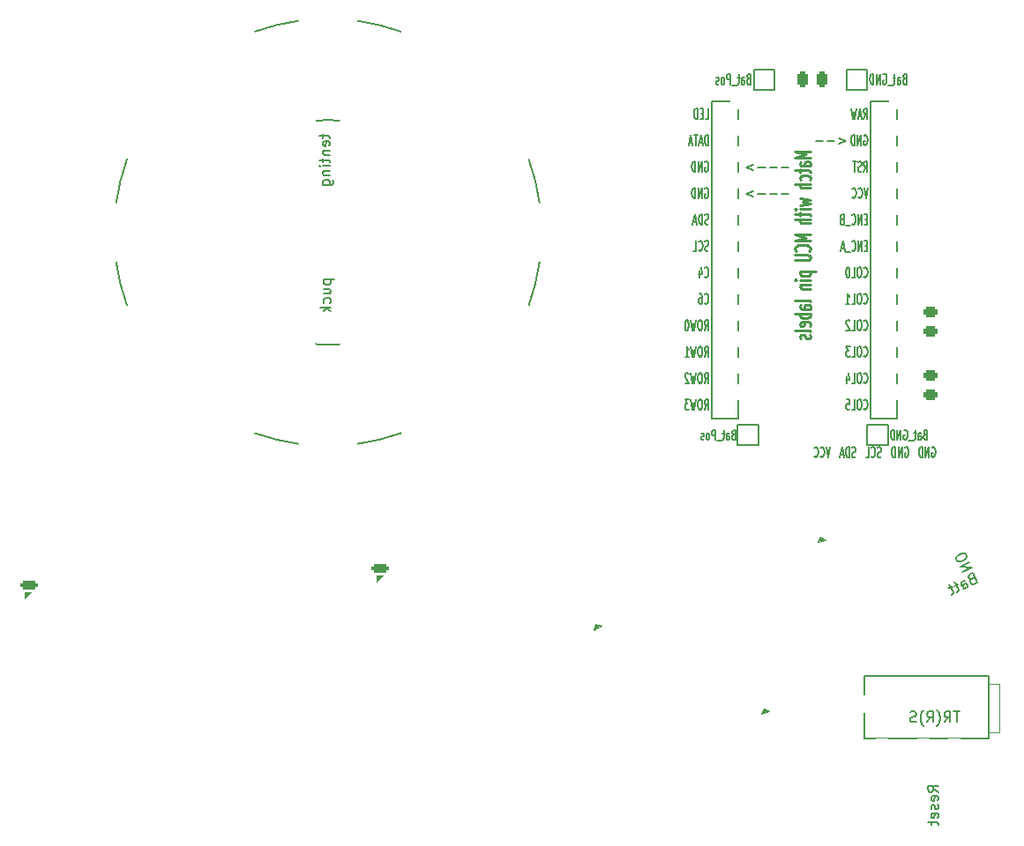
<source format=gbr>
%TF.GenerationSoftware,KiCad,Pcbnew,(6.0.0-0)*%
%TF.CreationDate,2022-01-13T13:44:14-08:00*%
%TF.ProjectId,hillside,68696c6c-7369-4646-952e-6b696361645f,0.1.1-alpha*%
%TF.SameCoordinates,Original*%
%TF.FileFunction,Legend,Bot*%
%TF.FilePolarity,Positive*%
%FSLAX46Y46*%
G04 Gerber Fmt 4.6, Leading zero omitted, Abs format (unit mm)*
G04 Created by KiCad (PCBNEW (6.0.0-0)) date 2022-01-13 13:44:14*
%MOMM*%
%LPD*%
G01*
G04 APERTURE LIST*
G04 Aperture macros list*
%AMRoundRect*
0 Rectangle with rounded corners*
0 $1 Rounding radius*
0 $2 $3 $4 $5 $6 $7 $8 $9 X,Y pos of 4 corners*
0 Add a 4 corners polygon primitive as box body*
4,1,4,$2,$3,$4,$5,$6,$7,$8,$9,$2,$3,0*
0 Add four circle primitives for the rounded corners*
1,1,$1+$1,$2,$3*
1,1,$1+$1,$4,$5*
1,1,$1+$1,$6,$7*
1,1,$1+$1,$8,$9*
0 Add four rect primitives between the rounded corners*
20,1,$1+$1,$2,$3,$4,$5,0*
20,1,$1+$1,$4,$5,$6,$7,0*
20,1,$1+$1,$6,$7,$8,$9,0*
20,1,$1+$1,$8,$9,$2,$3,0*%
%AMRotRect*
0 Rectangle, with rotation*
0 The origin of the aperture is its center*
0 $1 length*
0 $2 width*
0 $3 Rotation angle, in degrees counterclockwise*
0 Add horizontal line*
21,1,$1,$2,0,0,$3*%
%AMFreePoly0*
4,1,41,0.142350,0.531259,0.275000,0.476314,0.388909,0.388909,0.476314,0.275000,0.531259,0.142350,0.533280,0.127000,3.200000,0.127000,3.236070,0.121770,3.296138,0.082984,3.325733,0.017894,3.315473,-0.052868,3.268611,-0.106872,3.200000,-0.127000,0.533280,-0.127000,0.531259,-0.142350,0.476314,-0.275000,0.388909,-0.388909,0.275000,-0.476314,0.142350,-0.531259,0.000000,-0.550000,
-0.142350,-0.531259,-0.275000,-0.476314,-0.388909,-0.388909,-0.476314,-0.275000,-0.531259,-0.142350,-0.533280,-0.127000,-3.200000,-0.127000,-3.236070,-0.121770,-3.296138,-0.082984,-3.325733,-0.017894,-3.315473,0.052868,-3.268611,0.106872,-3.200000,0.127000,-0.533280,0.127000,-0.531259,0.142350,-0.476314,0.275000,-0.388909,0.388909,-0.275000,0.476314,-0.142350,0.531259,0.000000,0.550000,
0.142350,0.531259,0.142350,0.531259,$1*%
%AMFreePoly1*
4,1,37,0.042529,3.485692,0.118849,3.448880,0.171655,3.382612,0.190499,3.300000,0.190499,0.776079,0.350697,0.719035,0.501283,0.623470,0.626955,0.496918,0.721466,0.345669,0.780119,0.177240,0.800000,0.000000,0.799688,-0.022336,0.774867,-0.198952,0.711533,-0.365678,0.612836,-0.514230,0.483680,-0.637224,0.330484,-0.728547,0.160862,-0.783660,-0.016754,-0.799825,-0.193538,-0.776237,
-0.360702,-0.714070,-0.509939,-0.616411,-0.633832,-0.488116,-0.726222,-0.335562,-0.782518,-0.166330,-0.799922,0.011170,-0.777569,0.188114,-0.716569,0.355708,-0.619956,0.505623,-0.492529,0.630409,-0.340623,0.723862,-0.190500,0.774968,-0.190500,3.300332,-0.171511,3.382912,-0.118589,3.449087,-0.042205,3.485766,0.042529,3.485692,0.042529,3.485692,$1*%
G04 Aperture macros list end*
%ADD10C,0.153000*%
%ADD11C,0.150000*%
%ADD12C,0.225000*%
%ADD13C,0.100000*%
%ADD14C,0.120000*%
%ADD15C,0.200000*%
%ADD16RotRect,1.650000X0.820000X345.000000*%
%ADD17RoundRect,0.205000X-0.651932X-0.037547X0.545816X-0.358483X0.651932X0.037547X-0.545816X0.358483X0*%
%ADD18R,1.650000X0.820000*%
%ADD19RoundRect,0.205000X-0.620000X-0.205000X0.620000X-0.205000X0.620000X0.205000X-0.620000X0.205000X0*%
%ADD20RotRect,1.650000X0.820000X330.000000*%
%ADD21RoundRect,0.205000X-0.639436X0.132465X0.434436X-0.487535X0.639436X-0.132465X-0.434436X0.487535X0*%
%ADD22C,1.200000*%
%ADD23O,2.500000X1.700000*%
%ADD24C,1.524000*%
%ADD25C,5.000000*%
%ADD26C,4.400000*%
%ADD27C,3.400000*%
%ADD28R,3.200000X2.000000*%
%ADD29C,1.700000*%
%ADD30R,2.000000X2.000000*%
%ADD31C,2.000000*%
%ADD32R,0.800000X0.900000*%
%ADD33RotRect,0.900000X0.800000X75.000000*%
%ADD34RotRect,0.900000X0.800000X45.000000*%
%ADD35R,1.397000X1.397000*%
%ADD36RoundRect,0.250100X0.449900X-0.262400X0.449900X0.262400X-0.449900X0.262400X-0.449900X-0.262400X0*%
%ADD37R,1.700000X1.700000*%
%ADD38O,1.700000X1.700000*%
%ADD39RoundRect,0.250000X-0.250000X-0.475000X0.250000X-0.475000X0.250000X0.475000X-0.250000X0.475000X0*%
%ADD40FreePoly0,90.000000*%
%ADD41R,1.100000X1.800000*%
%ADD42FreePoly1,295.000000*%
%ADD43C,1.600000*%
G04 APERTURE END LIST*
D10*
%TO.C,J2*%
X219668571Y-125502380D02*
X219097142Y-125502380D01*
X219382857Y-126502380D02*
X219382857Y-125502380D01*
X218192380Y-126502380D02*
X218525714Y-126026190D01*
X218763809Y-126502380D02*
X218763809Y-125502380D01*
X218382857Y-125502380D01*
X218287619Y-125550000D01*
X218240000Y-125597619D01*
X218192380Y-125692857D01*
X218192380Y-125835714D01*
X218240000Y-125930952D01*
X218287619Y-125978571D01*
X218382857Y-126026190D01*
X218763809Y-126026190D01*
X217478095Y-126883333D02*
X217525714Y-126835714D01*
X217620952Y-126692857D01*
X217668571Y-126597619D01*
X217716190Y-126454761D01*
X217763809Y-126216666D01*
X217763809Y-126026190D01*
X217716190Y-125788095D01*
X217668571Y-125645238D01*
X217620952Y-125550000D01*
X217525714Y-125407142D01*
X217478095Y-125359523D01*
X216525714Y-126502380D02*
X216859047Y-126026190D01*
X217097142Y-126502380D02*
X217097142Y-125502380D01*
X216716190Y-125502380D01*
X216620952Y-125550000D01*
X216573333Y-125597619D01*
X216525714Y-125692857D01*
X216525714Y-125835714D01*
X216573333Y-125930952D01*
X216620952Y-125978571D01*
X216716190Y-126026190D01*
X217097142Y-126026190D01*
X216192380Y-126883333D02*
X216144761Y-126835714D01*
X216049523Y-126692857D01*
X216001904Y-126597619D01*
X215954285Y-126454761D01*
X215906666Y-126216666D01*
X215906666Y-126026190D01*
X215954285Y-125788095D01*
X216001904Y-125645238D01*
X216049523Y-125550000D01*
X216144761Y-125407142D01*
X216192380Y-125359523D01*
X215478095Y-126454761D02*
X215335238Y-126502380D01*
X215097142Y-126502380D01*
X215001904Y-126454761D01*
X214954285Y-126407142D01*
X214906666Y-126311904D01*
X214906666Y-126216666D01*
X214954285Y-126121428D01*
X215001904Y-126073809D01*
X215097142Y-126026190D01*
X215287619Y-125978571D01*
X215382857Y-125930952D01*
X215430476Y-125883333D01*
X215478095Y-125788095D01*
X215478095Y-125692857D01*
X215430476Y-125597619D01*
X215382857Y-125550000D01*
X215287619Y-125502380D01*
X215049523Y-125502380D01*
X214906666Y-125550000D01*
D11*
%TO.C,U1*%
X203222357Y-75763428D02*
X202536642Y-75763428D01*
X202108071Y-75763428D02*
X201422357Y-75763428D01*
X200993785Y-75763428D02*
X200308071Y-75763428D01*
X199879500Y-75477714D02*
X199193785Y-75763428D01*
X199879500Y-76049142D01*
D12*
X205328571Y-71671428D02*
X203828571Y-71671428D01*
X204900000Y-71971428D01*
X203828571Y-72271428D01*
X205328571Y-72271428D01*
X205328571Y-73085714D02*
X204542857Y-73085714D01*
X204400000Y-73042857D01*
X204328571Y-72957142D01*
X204328571Y-72785714D01*
X204400000Y-72700000D01*
X205257142Y-73085714D02*
X205328571Y-73000000D01*
X205328571Y-72785714D01*
X205257142Y-72700000D01*
X205114285Y-72657142D01*
X204971428Y-72657142D01*
X204828571Y-72700000D01*
X204757142Y-72785714D01*
X204757142Y-73000000D01*
X204685714Y-73085714D01*
X204328571Y-73385714D02*
X204328571Y-73728571D01*
X203828571Y-73514285D02*
X205114285Y-73514285D01*
X205257142Y-73557142D01*
X205328571Y-73642857D01*
X205328571Y-73728571D01*
X205257142Y-74414285D02*
X205328571Y-74328571D01*
X205328571Y-74157142D01*
X205257142Y-74071428D01*
X205185714Y-74028571D01*
X205042857Y-73985714D01*
X204614285Y-73985714D01*
X204471428Y-74028571D01*
X204400000Y-74071428D01*
X204328571Y-74157142D01*
X204328571Y-74328571D01*
X204400000Y-74414285D01*
X205328571Y-74800000D02*
X203828571Y-74800000D01*
X205328571Y-75185714D02*
X204542857Y-75185714D01*
X204400000Y-75142857D01*
X204328571Y-75057142D01*
X204328571Y-74928571D01*
X204400000Y-74842857D01*
X204471428Y-74800000D01*
X204328571Y-76214285D02*
X205328571Y-76385714D01*
X204614285Y-76557142D01*
X205328571Y-76728571D01*
X204328571Y-76900000D01*
X205328571Y-77242857D02*
X204328571Y-77242857D01*
X203828571Y-77242857D02*
X203900000Y-77200000D01*
X203971428Y-77242857D01*
X203900000Y-77285714D01*
X203828571Y-77242857D01*
X203971428Y-77242857D01*
X204328571Y-77542857D02*
X204328571Y-77885714D01*
X203828571Y-77671428D02*
X205114285Y-77671428D01*
X205257142Y-77714285D01*
X205328571Y-77800000D01*
X205328571Y-77885714D01*
X205328571Y-78185714D02*
X203828571Y-78185714D01*
X205328571Y-78571428D02*
X204542857Y-78571428D01*
X204400000Y-78528571D01*
X204328571Y-78442857D01*
X204328571Y-78314285D01*
X204400000Y-78228571D01*
X204471428Y-78185714D01*
X205328571Y-79685714D02*
X203828571Y-79685714D01*
X204900000Y-79985714D01*
X203828571Y-80285714D01*
X205328571Y-80285714D01*
X205185714Y-81228571D02*
X205257142Y-81185714D01*
X205328571Y-81057142D01*
X205328571Y-80971428D01*
X205257142Y-80842857D01*
X205114285Y-80757142D01*
X204971428Y-80714285D01*
X204685714Y-80671428D01*
X204471428Y-80671428D01*
X204185714Y-80714285D01*
X204042857Y-80757142D01*
X203900000Y-80842857D01*
X203828571Y-80971428D01*
X203828571Y-81057142D01*
X203900000Y-81185714D01*
X203971428Y-81228571D01*
X203828571Y-81614285D02*
X205042857Y-81614285D01*
X205185714Y-81657142D01*
X205257142Y-81700000D01*
X205328571Y-81785714D01*
X205328571Y-81957142D01*
X205257142Y-82042857D01*
X205185714Y-82085714D01*
X205042857Y-82128571D01*
X203828571Y-82128571D01*
X204328571Y-83242857D02*
X205828571Y-83242857D01*
X204400000Y-83242857D02*
X204328571Y-83328571D01*
X204328571Y-83500000D01*
X204400000Y-83585714D01*
X204471428Y-83628571D01*
X204614285Y-83671428D01*
X205042857Y-83671428D01*
X205185714Y-83628571D01*
X205257142Y-83585714D01*
X205328571Y-83500000D01*
X205328571Y-83328571D01*
X205257142Y-83242857D01*
X205328571Y-84057142D02*
X204328571Y-84057142D01*
X203828571Y-84057142D02*
X203900000Y-84014285D01*
X203971428Y-84057142D01*
X203900000Y-84100000D01*
X203828571Y-84057142D01*
X203971428Y-84057142D01*
X204328571Y-84485714D02*
X205328571Y-84485714D01*
X204471428Y-84485714D02*
X204400000Y-84528571D01*
X204328571Y-84614285D01*
X204328571Y-84742857D01*
X204400000Y-84828571D01*
X204542857Y-84871428D01*
X205328571Y-84871428D01*
X205328571Y-86114285D02*
X205257142Y-86028571D01*
X205114285Y-85985714D01*
X203828571Y-85985714D01*
X205328571Y-86842857D02*
X204542857Y-86842857D01*
X204400000Y-86800000D01*
X204328571Y-86714285D01*
X204328571Y-86542857D01*
X204400000Y-86457142D01*
X205257142Y-86842857D02*
X205328571Y-86757142D01*
X205328571Y-86542857D01*
X205257142Y-86457142D01*
X205114285Y-86414285D01*
X204971428Y-86414285D01*
X204828571Y-86457142D01*
X204757142Y-86542857D01*
X204757142Y-86757142D01*
X204685714Y-86842857D01*
X205328571Y-87271428D02*
X203828571Y-87271428D01*
X204400000Y-87271428D02*
X204328571Y-87357142D01*
X204328571Y-87528571D01*
X204400000Y-87614285D01*
X204471428Y-87657142D01*
X204614285Y-87700000D01*
X205042857Y-87700000D01*
X205185714Y-87657142D01*
X205257142Y-87614285D01*
X205328571Y-87528571D01*
X205328571Y-87357142D01*
X205257142Y-87271428D01*
X205257142Y-88428571D02*
X205328571Y-88342857D01*
X205328571Y-88171428D01*
X205257142Y-88085714D01*
X205114285Y-88042857D01*
X204542857Y-88042857D01*
X204400000Y-88085714D01*
X204328571Y-88171428D01*
X204328571Y-88342857D01*
X204400000Y-88428571D01*
X204542857Y-88471428D01*
X204685714Y-88471428D01*
X204828571Y-88042857D01*
X205328571Y-88985714D02*
X205257142Y-88900000D01*
X205114285Y-88857142D01*
X203828571Y-88857142D01*
X205257142Y-89285714D02*
X205328571Y-89371428D01*
X205328571Y-89542857D01*
X205257142Y-89628571D01*
X205114285Y-89671428D01*
X205042857Y-89671428D01*
X204900000Y-89628571D01*
X204828571Y-89542857D01*
X204828571Y-89414285D01*
X204757142Y-89328571D01*
X204614285Y-89285714D01*
X204542857Y-89285714D01*
X204400000Y-89328571D01*
X204328571Y-89414285D01*
X204328571Y-89542857D01*
X204400000Y-89628571D01*
D11*
X210455285Y-91329142D02*
X210483857Y-91376761D01*
X210569571Y-91424380D01*
X210626714Y-91424380D01*
X210712428Y-91376761D01*
X210769571Y-91281523D01*
X210798143Y-91186285D01*
X210826714Y-90995809D01*
X210826714Y-90852952D01*
X210798143Y-90662476D01*
X210769571Y-90567238D01*
X210712428Y-90472000D01*
X210626714Y-90424380D01*
X210569571Y-90424380D01*
X210483857Y-90472000D01*
X210455285Y-90519619D01*
X210083857Y-90424380D02*
X209969571Y-90424380D01*
X209912428Y-90472000D01*
X209855285Y-90567238D01*
X209826714Y-90757714D01*
X209826714Y-91091047D01*
X209855285Y-91281523D01*
X209912428Y-91376761D01*
X209969571Y-91424380D01*
X210083857Y-91424380D01*
X210141000Y-91376761D01*
X210198143Y-91281523D01*
X210226714Y-91091047D01*
X210226714Y-90757714D01*
X210198143Y-90567238D01*
X210141000Y-90472000D01*
X210083857Y-90424380D01*
X209283857Y-91424380D02*
X209569571Y-91424380D01*
X209569571Y-90424380D01*
X209141000Y-90424380D02*
X208769571Y-90424380D01*
X208969571Y-90805333D01*
X208883857Y-90805333D01*
X208826714Y-90852952D01*
X208798143Y-90900571D01*
X208769571Y-90995809D01*
X208769571Y-91233904D01*
X208798143Y-91329142D01*
X208826714Y-91376761D01*
X208883857Y-91424380D01*
X209055285Y-91424380D01*
X209112428Y-91376761D01*
X209141000Y-91329142D01*
X210455286Y-73644380D02*
X210655286Y-73168190D01*
X210798143Y-73644380D02*
X210798143Y-72644380D01*
X210569572Y-72644380D01*
X210512429Y-72692000D01*
X210483857Y-72739619D01*
X210455286Y-72834857D01*
X210455286Y-72977714D01*
X210483857Y-73072952D01*
X210512429Y-73120571D01*
X210569572Y-73168190D01*
X210798143Y-73168190D01*
X210226715Y-73596761D02*
X210141000Y-73644380D01*
X209998143Y-73644380D01*
X209941000Y-73596761D01*
X209912429Y-73549142D01*
X209883857Y-73453904D01*
X209883857Y-73358666D01*
X209912429Y-73263428D01*
X209941000Y-73215809D01*
X209998143Y-73168190D01*
X210112429Y-73120571D01*
X210169572Y-73072952D01*
X210198143Y-73025333D01*
X210226715Y-72930095D01*
X210226715Y-72834857D01*
X210198143Y-72739619D01*
X210169572Y-72692000D01*
X210112429Y-72644380D01*
X209969572Y-72644380D01*
X209883857Y-72692000D01*
X209712429Y-72644380D02*
X209369572Y-72644380D01*
X209541000Y-73644380D02*
X209541000Y-72644380D01*
X208044500Y-70397714D02*
X208730214Y-70683428D01*
X208044500Y-70969142D01*
X207615928Y-70683428D02*
X206930214Y-70683428D01*
X206501642Y-70683428D02*
X205815928Y-70683428D01*
X195179571Y-86249142D02*
X195208142Y-86296761D01*
X195293856Y-86344380D01*
X195350999Y-86344380D01*
X195436713Y-86296761D01*
X195493856Y-86201523D01*
X195522428Y-86106285D01*
X195550999Y-85915809D01*
X195550999Y-85772952D01*
X195522428Y-85582476D01*
X195493856Y-85487238D01*
X195436713Y-85392000D01*
X195350999Y-85344380D01*
X195293856Y-85344380D01*
X195208142Y-85392000D01*
X195179571Y-85439619D01*
X194665285Y-85344380D02*
X194779571Y-85344380D01*
X194836713Y-85392000D01*
X194865285Y-85439619D01*
X194922428Y-85582476D01*
X194950999Y-85772952D01*
X194950999Y-86153904D01*
X194922428Y-86249142D01*
X194893856Y-86296761D01*
X194836713Y-86344380D01*
X194722428Y-86344380D01*
X194665285Y-86296761D01*
X194636713Y-86249142D01*
X194608142Y-86153904D01*
X194608142Y-85915809D01*
X194636713Y-85820571D01*
X194665285Y-85772952D01*
X194722428Y-85725333D01*
X194836713Y-85725333D01*
X194893856Y-85772952D01*
X194922428Y-85820571D01*
X194950999Y-85915809D01*
X195551000Y-78676761D02*
X195465286Y-78724380D01*
X195322429Y-78724380D01*
X195265286Y-78676761D01*
X195236714Y-78629142D01*
X195208143Y-78533904D01*
X195208143Y-78438666D01*
X195236714Y-78343428D01*
X195265286Y-78295809D01*
X195322429Y-78248190D01*
X195436714Y-78200571D01*
X195493857Y-78152952D01*
X195522429Y-78105333D01*
X195551000Y-78010095D01*
X195551000Y-77914857D01*
X195522429Y-77819619D01*
X195493857Y-77772000D01*
X195436714Y-77724380D01*
X195293857Y-77724380D01*
X195208143Y-77772000D01*
X194951000Y-78724380D02*
X194951000Y-77724380D01*
X194808143Y-77724380D01*
X194722429Y-77772000D01*
X194665286Y-77867238D01*
X194636714Y-77962476D01*
X194608143Y-78152952D01*
X194608143Y-78295809D01*
X194636714Y-78486285D01*
X194665286Y-78581523D01*
X194722429Y-78676761D01*
X194808143Y-78724380D01*
X194951000Y-78724380D01*
X194379571Y-78438666D02*
X194093857Y-78438666D01*
X194436714Y-78724380D02*
X194236714Y-77724380D01*
X194036714Y-78724380D01*
X210455285Y-93869142D02*
X210483857Y-93916761D01*
X210569571Y-93964380D01*
X210626714Y-93964380D01*
X210712428Y-93916761D01*
X210769571Y-93821523D01*
X210798143Y-93726285D01*
X210826714Y-93535809D01*
X210826714Y-93392952D01*
X210798143Y-93202476D01*
X210769571Y-93107238D01*
X210712428Y-93012000D01*
X210626714Y-92964380D01*
X210569571Y-92964380D01*
X210483857Y-93012000D01*
X210455285Y-93059619D01*
X210083857Y-92964380D02*
X209969571Y-92964380D01*
X209912428Y-93012000D01*
X209855285Y-93107238D01*
X209826714Y-93297714D01*
X209826714Y-93631047D01*
X209855285Y-93821523D01*
X209912428Y-93916761D01*
X209969571Y-93964380D01*
X210083857Y-93964380D01*
X210141000Y-93916761D01*
X210198143Y-93821523D01*
X210226714Y-93631047D01*
X210226714Y-93297714D01*
X210198143Y-93107238D01*
X210141000Y-93012000D01*
X210083857Y-92964380D01*
X209283857Y-93964380D02*
X209569571Y-93964380D01*
X209569571Y-92964380D01*
X208826714Y-93297714D02*
X208826714Y-93964380D01*
X208969571Y-92916761D02*
X209112428Y-93631047D01*
X208741000Y-93631047D01*
X210455285Y-86249142D02*
X210483857Y-86296761D01*
X210569571Y-86344380D01*
X210626714Y-86344380D01*
X210712428Y-86296761D01*
X210769571Y-86201523D01*
X210798143Y-86106285D01*
X210826714Y-85915809D01*
X210826714Y-85772952D01*
X210798143Y-85582476D01*
X210769571Y-85487238D01*
X210712428Y-85392000D01*
X210626714Y-85344380D01*
X210569571Y-85344380D01*
X210483857Y-85392000D01*
X210455285Y-85439619D01*
X210083857Y-85344380D02*
X209969571Y-85344380D01*
X209912428Y-85392000D01*
X209855285Y-85487238D01*
X209826714Y-85677714D01*
X209826714Y-86011047D01*
X209855285Y-86201523D01*
X209912428Y-86296761D01*
X209969571Y-86344380D01*
X210083857Y-86344380D01*
X210141000Y-86296761D01*
X210198143Y-86201523D01*
X210226714Y-86011047D01*
X210226714Y-85677714D01*
X210198143Y-85487238D01*
X210141000Y-85392000D01*
X210083857Y-85344380D01*
X209283857Y-86344380D02*
X209569571Y-86344380D01*
X209569571Y-85344380D01*
X208769571Y-86344380D02*
X209112428Y-86344380D01*
X208941000Y-86344380D02*
X208941000Y-85344380D01*
X208998143Y-85487238D01*
X209055285Y-85582476D01*
X209112428Y-85630095D01*
X210483856Y-70152000D02*
X210540999Y-70104380D01*
X210626714Y-70104380D01*
X210712428Y-70152000D01*
X210769571Y-70247238D01*
X210798142Y-70342476D01*
X210826714Y-70532952D01*
X210826714Y-70675809D01*
X210798142Y-70866285D01*
X210769571Y-70961523D01*
X210712428Y-71056761D01*
X210626714Y-71104380D01*
X210569571Y-71104380D01*
X210483856Y-71056761D01*
X210455285Y-71009142D01*
X210455285Y-70675809D01*
X210569571Y-70675809D01*
X210198142Y-71104380D02*
X210198142Y-70104380D01*
X209855285Y-71104380D01*
X209855285Y-70104380D01*
X209569571Y-71104380D02*
X209569571Y-70104380D01*
X209426714Y-70104380D01*
X209340999Y-70152000D01*
X209283856Y-70247238D01*
X209255285Y-70342476D01*
X209226714Y-70532952D01*
X209226714Y-70675809D01*
X209255285Y-70866285D01*
X209283856Y-70961523D01*
X209340999Y-71056761D01*
X209426714Y-71104380D01*
X209569571Y-71104380D01*
X195179571Y-83709142D02*
X195208142Y-83756761D01*
X195293856Y-83804380D01*
X195350999Y-83804380D01*
X195436713Y-83756761D01*
X195493856Y-83661523D01*
X195522428Y-83566285D01*
X195550999Y-83375809D01*
X195550999Y-83232952D01*
X195522428Y-83042476D01*
X195493856Y-82947238D01*
X195436713Y-82852000D01*
X195350999Y-82804380D01*
X195293856Y-82804380D01*
X195208142Y-82852000D01*
X195179571Y-82899619D01*
X194665285Y-83137714D02*
X194665285Y-83804380D01*
X194808142Y-82756761D02*
X194950999Y-83471047D01*
X194579571Y-83471047D01*
X210798142Y-78200571D02*
X210598142Y-78200571D01*
X210512428Y-78724380D02*
X210798142Y-78724380D01*
X210798142Y-77724380D01*
X210512428Y-77724380D01*
X210255285Y-78724380D02*
X210255285Y-77724380D01*
X209912428Y-78724380D01*
X209912428Y-77724380D01*
X209283856Y-78629142D02*
X209312428Y-78676761D01*
X209398142Y-78724380D01*
X209455285Y-78724380D01*
X209540999Y-78676761D01*
X209598142Y-78581523D01*
X209626714Y-78486285D01*
X209655285Y-78295809D01*
X209655285Y-78152952D01*
X209626714Y-77962476D01*
X209598142Y-77867238D01*
X209540999Y-77772000D01*
X209455285Y-77724380D01*
X209398142Y-77724380D01*
X209312428Y-77772000D01*
X209283856Y-77819619D01*
X209169571Y-78819619D02*
X208712428Y-78819619D01*
X208369571Y-78200571D02*
X208283856Y-78248190D01*
X208255285Y-78295809D01*
X208226714Y-78391047D01*
X208226714Y-78533904D01*
X208255285Y-78629142D01*
X208283856Y-78676761D01*
X208340999Y-78724380D01*
X208569571Y-78724380D01*
X208569571Y-77724380D01*
X208369571Y-77724380D01*
X208312428Y-77772000D01*
X208283856Y-77819619D01*
X208255285Y-77914857D01*
X208255285Y-78010095D01*
X208283856Y-78105333D01*
X208312428Y-78152952D01*
X208369571Y-78200571D01*
X208569571Y-78200571D01*
X210455285Y-83709142D02*
X210483857Y-83756761D01*
X210569571Y-83804380D01*
X210626714Y-83804380D01*
X210712428Y-83756761D01*
X210769571Y-83661523D01*
X210798143Y-83566285D01*
X210826714Y-83375809D01*
X210826714Y-83232952D01*
X210798143Y-83042476D01*
X210769571Y-82947238D01*
X210712428Y-82852000D01*
X210626714Y-82804380D01*
X210569571Y-82804380D01*
X210483857Y-82852000D01*
X210455285Y-82899619D01*
X210083857Y-82804380D02*
X209969571Y-82804380D01*
X209912428Y-82852000D01*
X209855285Y-82947238D01*
X209826714Y-83137714D01*
X209826714Y-83471047D01*
X209855285Y-83661523D01*
X209912428Y-83756761D01*
X209969571Y-83804380D01*
X210083857Y-83804380D01*
X210141000Y-83756761D01*
X210198143Y-83661523D01*
X210226714Y-83471047D01*
X210226714Y-83137714D01*
X210198143Y-82947238D01*
X210141000Y-82852000D01*
X210083857Y-82804380D01*
X209283857Y-83804380D02*
X209569571Y-83804380D01*
X209569571Y-82804380D01*
X208969571Y-82804380D02*
X208912428Y-82804380D01*
X208855285Y-82852000D01*
X208826714Y-82899619D01*
X208798143Y-82994857D01*
X208769571Y-83185333D01*
X208769571Y-83423428D01*
X208798143Y-83613904D01*
X208826714Y-83709142D01*
X208855285Y-83756761D01*
X208912428Y-83804380D01*
X208969571Y-83804380D01*
X209026714Y-83756761D01*
X209055285Y-83709142D01*
X209083857Y-83613904D01*
X209112428Y-83423428D01*
X209112428Y-83185333D01*
X209083857Y-82994857D01*
X209055285Y-82899619D01*
X209026714Y-82852000D01*
X208969571Y-82804380D01*
X195179571Y-96504380D02*
X195379571Y-96028190D01*
X195522429Y-96504380D02*
X195522429Y-95504380D01*
X195293857Y-95504380D01*
X195236714Y-95552000D01*
X195208143Y-95599619D01*
X195179571Y-95694857D01*
X195179571Y-95837714D01*
X195208143Y-95932952D01*
X195236714Y-95980571D01*
X195293857Y-96028190D01*
X195522429Y-96028190D01*
X194808143Y-95504380D02*
X194693857Y-95504380D01*
X194636714Y-95552000D01*
X194579571Y-95647238D01*
X194551000Y-95837714D01*
X194551000Y-96171047D01*
X194579571Y-96361523D01*
X194636714Y-96456761D01*
X194693857Y-96504380D01*
X194808143Y-96504380D01*
X194865286Y-96456761D01*
X194922429Y-96361523D01*
X194951000Y-96171047D01*
X194951000Y-95837714D01*
X194922429Y-95647238D01*
X194865286Y-95552000D01*
X194808143Y-95504380D01*
X194351000Y-95504380D02*
X194208143Y-96504380D01*
X194093857Y-95790095D01*
X193979571Y-96504380D01*
X193836714Y-95504380D01*
X193665286Y-95504380D02*
X193293857Y-95504380D01*
X193493857Y-95885333D01*
X193408143Y-95885333D01*
X193351000Y-95932952D01*
X193322429Y-95980571D01*
X193293857Y-96075809D01*
X193293857Y-96313904D01*
X193322429Y-96409142D01*
X193351000Y-96456761D01*
X193408143Y-96504380D01*
X193579571Y-96504380D01*
X193636714Y-96456761D01*
X193665286Y-96409142D01*
X210798142Y-80740571D02*
X210598142Y-80740571D01*
X210512428Y-81264380D02*
X210798142Y-81264380D01*
X210798142Y-80264380D01*
X210512428Y-80264380D01*
X210255285Y-81264380D02*
X210255285Y-80264380D01*
X209912428Y-81264380D01*
X209912428Y-80264380D01*
X209283856Y-81169142D02*
X209312428Y-81216761D01*
X209398142Y-81264380D01*
X209455285Y-81264380D01*
X209540999Y-81216761D01*
X209598142Y-81121523D01*
X209626713Y-81026285D01*
X209655285Y-80835809D01*
X209655285Y-80692952D01*
X209626713Y-80502476D01*
X209598142Y-80407238D01*
X209540999Y-80312000D01*
X209455285Y-80264380D01*
X209398142Y-80264380D01*
X209312428Y-80312000D01*
X209283856Y-80359619D01*
X209169571Y-81359619D02*
X208712428Y-81359619D01*
X208598142Y-80978666D02*
X208312428Y-80978666D01*
X208655285Y-81264380D02*
X208455285Y-80264380D01*
X208255285Y-81264380D01*
X210455285Y-96409142D02*
X210483857Y-96456761D01*
X210569571Y-96504380D01*
X210626714Y-96504380D01*
X210712428Y-96456761D01*
X210769571Y-96361523D01*
X210798143Y-96266285D01*
X210826714Y-96075809D01*
X210826714Y-95932952D01*
X210798143Y-95742476D01*
X210769571Y-95647238D01*
X210712428Y-95552000D01*
X210626714Y-95504380D01*
X210569571Y-95504380D01*
X210483857Y-95552000D01*
X210455285Y-95599619D01*
X210083857Y-95504380D02*
X209969571Y-95504380D01*
X209912428Y-95552000D01*
X209855285Y-95647238D01*
X209826714Y-95837714D01*
X209826714Y-96171047D01*
X209855285Y-96361523D01*
X209912428Y-96456761D01*
X209969571Y-96504380D01*
X210083857Y-96504380D01*
X210141000Y-96456761D01*
X210198143Y-96361523D01*
X210226714Y-96171047D01*
X210226714Y-95837714D01*
X210198143Y-95647238D01*
X210141000Y-95552000D01*
X210083857Y-95504380D01*
X209283857Y-96504380D02*
X209569571Y-96504380D01*
X209569571Y-95504380D01*
X208798143Y-95504380D02*
X209083857Y-95504380D01*
X209112428Y-95980571D01*
X209083857Y-95932952D01*
X209026714Y-95885333D01*
X208883857Y-95885333D01*
X208826714Y-95932952D01*
X208798143Y-95980571D01*
X208769571Y-96075809D01*
X208769571Y-96313904D01*
X208798143Y-96409142D01*
X208826714Y-96456761D01*
X208883857Y-96504380D01*
X209026714Y-96504380D01*
X209083857Y-96456761D01*
X209112428Y-96409142D01*
X195550999Y-81216761D02*
X195465285Y-81264380D01*
X195322428Y-81264380D01*
X195265285Y-81216761D01*
X195236714Y-81169142D01*
X195208142Y-81073904D01*
X195208142Y-80978666D01*
X195236714Y-80883428D01*
X195265285Y-80835809D01*
X195322428Y-80788190D01*
X195436714Y-80740571D01*
X195493856Y-80692952D01*
X195522428Y-80645333D01*
X195550999Y-80550095D01*
X195550999Y-80454857D01*
X195522428Y-80359619D01*
X195493856Y-80312000D01*
X195436714Y-80264380D01*
X195293856Y-80264380D01*
X195208142Y-80312000D01*
X194608142Y-81169142D02*
X194636714Y-81216761D01*
X194722428Y-81264380D01*
X194779571Y-81264380D01*
X194865285Y-81216761D01*
X194922428Y-81121523D01*
X194950999Y-81026285D01*
X194979571Y-80835809D01*
X194979571Y-80692952D01*
X194950999Y-80502476D01*
X194922428Y-80407238D01*
X194865285Y-80312000D01*
X194779571Y-80264380D01*
X194722428Y-80264380D01*
X194636714Y-80312000D01*
X194608142Y-80359619D01*
X194065285Y-81264380D02*
X194350999Y-81264380D01*
X194350999Y-80264380D01*
X210883858Y-75184380D02*
X210683858Y-76184380D01*
X210483858Y-75184380D01*
X209941000Y-76089142D02*
X209969572Y-76136761D01*
X210055286Y-76184380D01*
X210112429Y-76184380D01*
X210198143Y-76136761D01*
X210255286Y-76041523D01*
X210283858Y-75946285D01*
X210312429Y-75755809D01*
X210312429Y-75612952D01*
X210283858Y-75422476D01*
X210255286Y-75327238D01*
X210198143Y-75232000D01*
X210112429Y-75184380D01*
X210055286Y-75184380D01*
X209969572Y-75232000D01*
X209941000Y-75279619D01*
X209341000Y-76089142D02*
X209369572Y-76136761D01*
X209455286Y-76184380D01*
X209512429Y-76184380D01*
X209598143Y-76136761D01*
X209655286Y-76041523D01*
X209683858Y-75946285D01*
X209712429Y-75755809D01*
X209712429Y-75612952D01*
X209683858Y-75422476D01*
X209655286Y-75327238D01*
X209598143Y-75232000D01*
X209512429Y-75184380D01*
X209455286Y-75184380D01*
X209369572Y-75232000D01*
X209341000Y-75279619D01*
X195208142Y-72692000D02*
X195265285Y-72644380D01*
X195351000Y-72644380D01*
X195436714Y-72692000D01*
X195493857Y-72787238D01*
X195522428Y-72882476D01*
X195551000Y-73072952D01*
X195551000Y-73215809D01*
X195522428Y-73406285D01*
X195493857Y-73501523D01*
X195436714Y-73596761D01*
X195351000Y-73644380D01*
X195293857Y-73644380D01*
X195208142Y-73596761D01*
X195179571Y-73549142D01*
X195179571Y-73215809D01*
X195293857Y-73215809D01*
X194922428Y-73644380D02*
X194922428Y-72644380D01*
X194579571Y-73644380D01*
X194579571Y-72644380D01*
X194293857Y-73644380D02*
X194293857Y-72644380D01*
X194151000Y-72644380D01*
X194065285Y-72692000D01*
X194008142Y-72787238D01*
X193979571Y-72882476D01*
X193951000Y-73072952D01*
X193951000Y-73215809D01*
X193979571Y-73406285D01*
X194008142Y-73501523D01*
X194065285Y-73596761D01*
X194151000Y-73644380D01*
X194293857Y-73644380D01*
X195522429Y-71104380D02*
X195522429Y-70104380D01*
X195379571Y-70104380D01*
X195293857Y-70152000D01*
X195236714Y-70247238D01*
X195208143Y-70342476D01*
X195179571Y-70532952D01*
X195179571Y-70675809D01*
X195208143Y-70866285D01*
X195236714Y-70961523D01*
X195293857Y-71056761D01*
X195379571Y-71104380D01*
X195522429Y-71104380D01*
X194951000Y-70818666D02*
X194665286Y-70818666D01*
X195008143Y-71104380D02*
X194808143Y-70104380D01*
X194608143Y-71104380D01*
X194493857Y-70104380D02*
X194151000Y-70104380D01*
X194322429Y-71104380D02*
X194322429Y-70104380D01*
X193979571Y-70818666D02*
X193693857Y-70818666D01*
X194036714Y-71104380D02*
X193836714Y-70104380D01*
X193636714Y-71104380D01*
X195179571Y-91424380D02*
X195379571Y-90948190D01*
X195522429Y-91424380D02*
X195522429Y-90424380D01*
X195293857Y-90424380D01*
X195236714Y-90472000D01*
X195208143Y-90519619D01*
X195179571Y-90614857D01*
X195179571Y-90757714D01*
X195208143Y-90852952D01*
X195236714Y-90900571D01*
X195293857Y-90948190D01*
X195522429Y-90948190D01*
X194808143Y-90424380D02*
X194693857Y-90424380D01*
X194636714Y-90472000D01*
X194579571Y-90567238D01*
X194551000Y-90757714D01*
X194551000Y-91091047D01*
X194579571Y-91281523D01*
X194636714Y-91376761D01*
X194693857Y-91424380D01*
X194808143Y-91424380D01*
X194865286Y-91376761D01*
X194922429Y-91281523D01*
X194951000Y-91091047D01*
X194951000Y-90757714D01*
X194922429Y-90567238D01*
X194865286Y-90472000D01*
X194808143Y-90424380D01*
X194351000Y-90424380D02*
X194208143Y-91424380D01*
X194093857Y-90710095D01*
X193979571Y-91424380D01*
X193836714Y-90424380D01*
X193293857Y-91424380D02*
X193636714Y-91424380D01*
X193465286Y-91424380D02*
X193465286Y-90424380D01*
X193522429Y-90567238D01*
X193579571Y-90662476D01*
X193636714Y-90710095D01*
X210455285Y-88789142D02*
X210483857Y-88836761D01*
X210569571Y-88884380D01*
X210626714Y-88884380D01*
X210712428Y-88836761D01*
X210769571Y-88741523D01*
X210798143Y-88646285D01*
X210826714Y-88455809D01*
X210826714Y-88312952D01*
X210798143Y-88122476D01*
X210769571Y-88027238D01*
X210712428Y-87932000D01*
X210626714Y-87884380D01*
X210569571Y-87884380D01*
X210483857Y-87932000D01*
X210455285Y-87979619D01*
X210083857Y-87884380D02*
X209969571Y-87884380D01*
X209912428Y-87932000D01*
X209855285Y-88027238D01*
X209826714Y-88217714D01*
X209826714Y-88551047D01*
X209855285Y-88741523D01*
X209912428Y-88836761D01*
X209969571Y-88884380D01*
X210083857Y-88884380D01*
X210141000Y-88836761D01*
X210198143Y-88741523D01*
X210226714Y-88551047D01*
X210226714Y-88217714D01*
X210198143Y-88027238D01*
X210141000Y-87932000D01*
X210083857Y-87884380D01*
X209283857Y-88884380D02*
X209569571Y-88884380D01*
X209569571Y-87884380D01*
X209112428Y-87979619D02*
X209083857Y-87932000D01*
X209026714Y-87884380D01*
X208883857Y-87884380D01*
X208826714Y-87932000D01*
X208798143Y-87979619D01*
X208769571Y-88074857D01*
X208769571Y-88170095D01*
X208798143Y-88312952D01*
X209141000Y-88884380D01*
X208769571Y-88884380D01*
X195179571Y-88884380D02*
X195379571Y-88408190D01*
X195522429Y-88884380D02*
X195522429Y-87884380D01*
X195293857Y-87884380D01*
X195236714Y-87932000D01*
X195208143Y-87979619D01*
X195179571Y-88074857D01*
X195179571Y-88217714D01*
X195208143Y-88312952D01*
X195236714Y-88360571D01*
X195293857Y-88408190D01*
X195522429Y-88408190D01*
X194808143Y-87884380D02*
X194693857Y-87884380D01*
X194636714Y-87932000D01*
X194579571Y-88027238D01*
X194551000Y-88217714D01*
X194551000Y-88551047D01*
X194579571Y-88741523D01*
X194636714Y-88836761D01*
X194693857Y-88884380D01*
X194808143Y-88884380D01*
X194865286Y-88836761D01*
X194922429Y-88741523D01*
X194951000Y-88551047D01*
X194951000Y-88217714D01*
X194922429Y-88027238D01*
X194865286Y-87932000D01*
X194808143Y-87884380D01*
X194351000Y-87884380D02*
X194208143Y-88884380D01*
X194093857Y-88170095D01*
X193979571Y-88884380D01*
X193836714Y-87884380D01*
X193493857Y-87884380D02*
X193436714Y-87884380D01*
X193379571Y-87932000D01*
X193351000Y-87979619D01*
X193322429Y-88074857D01*
X193293857Y-88265333D01*
X193293857Y-88503428D01*
X193322429Y-88693904D01*
X193351000Y-88789142D01*
X193379571Y-88836761D01*
X193436714Y-88884380D01*
X193493857Y-88884380D01*
X193551000Y-88836761D01*
X193579571Y-88789142D01*
X193608143Y-88693904D01*
X193636714Y-88503428D01*
X193636714Y-88265333D01*
X193608143Y-88074857D01*
X193579571Y-87979619D01*
X193551000Y-87932000D01*
X193493857Y-87884380D01*
X210455285Y-68564380D02*
X210655285Y-68088190D01*
X210798142Y-68564380D02*
X210798142Y-67564380D01*
X210569571Y-67564380D01*
X210512428Y-67612000D01*
X210483857Y-67659619D01*
X210455285Y-67754857D01*
X210455285Y-67897714D01*
X210483857Y-67992952D01*
X210512428Y-68040571D01*
X210569571Y-68088190D01*
X210798142Y-68088190D01*
X210226714Y-68278666D02*
X209941000Y-68278666D01*
X210283857Y-68564380D02*
X210083857Y-67564380D01*
X209883857Y-68564380D01*
X209741000Y-67564380D02*
X209598142Y-68564380D01*
X209483857Y-67850095D01*
X209369571Y-68564380D01*
X209226714Y-67564380D01*
X195179571Y-93964380D02*
X195379571Y-93488190D01*
X195522429Y-93964380D02*
X195522429Y-92964380D01*
X195293857Y-92964380D01*
X195236714Y-93012000D01*
X195208143Y-93059619D01*
X195179571Y-93154857D01*
X195179571Y-93297714D01*
X195208143Y-93392952D01*
X195236714Y-93440571D01*
X195293857Y-93488190D01*
X195522429Y-93488190D01*
X194808143Y-92964380D02*
X194693857Y-92964380D01*
X194636714Y-93012000D01*
X194579571Y-93107238D01*
X194551000Y-93297714D01*
X194551000Y-93631047D01*
X194579571Y-93821523D01*
X194636714Y-93916761D01*
X194693857Y-93964380D01*
X194808143Y-93964380D01*
X194865286Y-93916761D01*
X194922429Y-93821523D01*
X194951000Y-93631047D01*
X194951000Y-93297714D01*
X194922429Y-93107238D01*
X194865286Y-93012000D01*
X194808143Y-92964380D01*
X194351000Y-92964380D02*
X194208143Y-93964380D01*
X194093857Y-93250095D01*
X193979571Y-93964380D01*
X193836714Y-92964380D01*
X193636714Y-93059619D02*
X193608143Y-93012000D01*
X193551000Y-92964380D01*
X193408143Y-92964380D01*
X193351000Y-93012000D01*
X193322429Y-93059619D01*
X193293857Y-93154857D01*
X193293857Y-93250095D01*
X193322429Y-93392952D01*
X193665286Y-93964380D01*
X193293857Y-93964380D01*
X195236714Y-68564380D02*
X195522428Y-68564380D01*
X195522428Y-67564380D01*
X195036714Y-68040571D02*
X194836714Y-68040571D01*
X194751000Y-68564380D02*
X195036714Y-68564380D01*
X195036714Y-67564380D01*
X194751000Y-67564380D01*
X194493857Y-68564380D02*
X194493857Y-67564380D01*
X194351000Y-67564380D01*
X194265285Y-67612000D01*
X194208142Y-67707238D01*
X194179571Y-67802476D01*
X194151000Y-67992952D01*
X194151000Y-68135809D01*
X194179571Y-68326285D01*
X194208142Y-68421523D01*
X194265285Y-68516761D01*
X194351000Y-68564380D01*
X194493857Y-68564380D01*
X203222357Y-73223428D02*
X202536642Y-73223428D01*
X202108071Y-73223428D02*
X201422357Y-73223428D01*
X200993785Y-73223428D02*
X200308071Y-73223428D01*
X199879500Y-72937714D02*
X199193785Y-73223428D01*
X199879500Y-73509142D01*
X195208142Y-75232000D02*
X195265285Y-75184380D01*
X195351000Y-75184380D01*
X195436714Y-75232000D01*
X195493857Y-75327238D01*
X195522428Y-75422476D01*
X195551000Y-75612952D01*
X195551000Y-75755809D01*
X195522428Y-75946285D01*
X195493857Y-76041523D01*
X195436714Y-76136761D01*
X195351000Y-76184380D01*
X195293857Y-76184380D01*
X195208142Y-76136761D01*
X195179571Y-76089142D01*
X195179571Y-75755809D01*
X195293857Y-75755809D01*
X194922428Y-76184380D02*
X194922428Y-75184380D01*
X194579571Y-76184380D01*
X194579571Y-75184380D01*
X194293857Y-76184380D02*
X194293857Y-75184380D01*
X194151000Y-75184380D01*
X194065285Y-75232000D01*
X194008142Y-75327238D01*
X193979571Y-75422476D01*
X193951000Y-75612952D01*
X193951000Y-75755809D01*
X193979571Y-75946285D01*
X194008142Y-76041523D01*
X194065285Y-76136761D01*
X194151000Y-76184380D01*
X194293857Y-76184380D01*
%TO.C,H1*%
X158541714Y-70038500D02*
X158541714Y-70419452D01*
X158208380Y-70181357D02*
X159065523Y-70181357D01*
X159160761Y-70228976D01*
X159208380Y-70324214D01*
X159208380Y-70419452D01*
X159160761Y-71133738D02*
X159208380Y-71038500D01*
X159208380Y-70848023D01*
X159160761Y-70752785D01*
X159065523Y-70705166D01*
X158684571Y-70705166D01*
X158589333Y-70752785D01*
X158541714Y-70848023D01*
X158541714Y-71038500D01*
X158589333Y-71133738D01*
X158684571Y-71181357D01*
X158779809Y-71181357D01*
X158875047Y-70705166D01*
X158541714Y-71609928D02*
X159208380Y-71609928D01*
X158636952Y-71609928D02*
X158589333Y-71657547D01*
X158541714Y-71752785D01*
X158541714Y-71895642D01*
X158589333Y-71990880D01*
X158684571Y-72038500D01*
X159208380Y-72038500D01*
X158541714Y-72371833D02*
X158541714Y-72752785D01*
X158208380Y-72514690D02*
X159065523Y-72514690D01*
X159160761Y-72562309D01*
X159208380Y-72657547D01*
X159208380Y-72752785D01*
X159208380Y-73086119D02*
X158541714Y-73086119D01*
X158208380Y-73086119D02*
X158256000Y-73038500D01*
X158303619Y-73086119D01*
X158256000Y-73133738D01*
X158208380Y-73086119D01*
X158303619Y-73086119D01*
X158541714Y-73562309D02*
X159208380Y-73562309D01*
X158636952Y-73562309D02*
X158589333Y-73609928D01*
X158541714Y-73705166D01*
X158541714Y-73848023D01*
X158589333Y-73943261D01*
X158684571Y-73990880D01*
X159208380Y-73990880D01*
X158541714Y-74895642D02*
X159351238Y-74895642D01*
X159446476Y-74848023D01*
X159494095Y-74800404D01*
X159541714Y-74705166D01*
X159541714Y-74562309D01*
X159494095Y-74467071D01*
X159160761Y-74895642D02*
X159208380Y-74800404D01*
X159208380Y-74609928D01*
X159160761Y-74514690D01*
X159113142Y-74467071D01*
X159017904Y-74419452D01*
X158732190Y-74419452D01*
X158636952Y-74467071D01*
X158589333Y-74514690D01*
X158541714Y-74609928D01*
X158541714Y-74800404D01*
X158589333Y-74895642D01*
X158605214Y-83992500D02*
X159605214Y-83992500D01*
X158652833Y-83992500D02*
X158605214Y-84087738D01*
X158605214Y-84278214D01*
X158652833Y-84373452D01*
X158700452Y-84421071D01*
X158795690Y-84468690D01*
X159081404Y-84468690D01*
X159176642Y-84421071D01*
X159224261Y-84373452D01*
X159271880Y-84278214D01*
X159271880Y-84087738D01*
X159224261Y-83992500D01*
X158605214Y-85325833D02*
X159271880Y-85325833D01*
X158605214Y-84897261D02*
X159129023Y-84897261D01*
X159224261Y-84944880D01*
X159271880Y-85040119D01*
X159271880Y-85182976D01*
X159224261Y-85278214D01*
X159176642Y-85325833D01*
X159224261Y-86230595D02*
X159271880Y-86135357D01*
X159271880Y-85944880D01*
X159224261Y-85849642D01*
X159176642Y-85802023D01*
X159081404Y-85754404D01*
X158795690Y-85754404D01*
X158700452Y-85802023D01*
X158652833Y-85849642D01*
X158605214Y-85944880D01*
X158605214Y-86135357D01*
X158652833Y-86230595D01*
X159271880Y-86659166D02*
X158271880Y-86659166D01*
X158890928Y-86754404D02*
X159271880Y-87040119D01*
X158605214Y-87040119D02*
X158986166Y-86659166D01*
%TO.C,J4*%
X214367857Y-64703571D02*
X214282142Y-64751190D01*
X214253571Y-64798809D01*
X214225000Y-64894047D01*
X214225000Y-65036904D01*
X214253571Y-65132142D01*
X214282142Y-65179761D01*
X214339285Y-65227380D01*
X214567857Y-65227380D01*
X214567857Y-64227380D01*
X214367857Y-64227380D01*
X214310714Y-64275000D01*
X214282142Y-64322619D01*
X214253571Y-64417857D01*
X214253571Y-64513095D01*
X214282142Y-64608333D01*
X214310714Y-64655952D01*
X214367857Y-64703571D01*
X214567857Y-64703571D01*
X213710714Y-65227380D02*
X213710714Y-64703571D01*
X213739285Y-64608333D01*
X213796428Y-64560714D01*
X213910714Y-64560714D01*
X213967857Y-64608333D01*
X213710714Y-65179761D02*
X213767857Y-65227380D01*
X213910714Y-65227380D01*
X213967857Y-65179761D01*
X213996428Y-65084523D01*
X213996428Y-64989285D01*
X213967857Y-64894047D01*
X213910714Y-64846428D01*
X213767857Y-64846428D01*
X213710714Y-64798809D01*
X213510714Y-64560714D02*
X213282142Y-64560714D01*
X213425000Y-64227380D02*
X213425000Y-65084523D01*
X213396428Y-65179761D01*
X213339285Y-65227380D01*
X213282142Y-65227380D01*
X213225000Y-65322619D02*
X212767857Y-65322619D01*
X212310714Y-64275000D02*
X212367857Y-64227380D01*
X212453571Y-64227380D01*
X212539285Y-64275000D01*
X212596428Y-64370238D01*
X212625000Y-64465476D01*
X212653571Y-64655952D01*
X212653571Y-64798809D01*
X212625000Y-64989285D01*
X212596428Y-65084523D01*
X212539285Y-65179761D01*
X212453571Y-65227380D01*
X212396428Y-65227380D01*
X212310714Y-65179761D01*
X212282142Y-65132142D01*
X212282142Y-64798809D01*
X212396428Y-64798809D01*
X212025000Y-65227380D02*
X212025000Y-64227380D01*
X211682142Y-65227380D01*
X211682142Y-64227380D01*
X211396428Y-65227380D02*
X211396428Y-64227380D01*
X211253571Y-64227380D01*
X211167857Y-64275000D01*
X211110714Y-64370238D01*
X211082142Y-64465476D01*
X211053571Y-64655952D01*
X211053571Y-64798809D01*
X211082142Y-64989285D01*
X211110714Y-65084523D01*
X211167857Y-65179761D01*
X211253571Y-65227380D01*
X211396428Y-65227380D01*
%TO.C,J1*%
X217006904Y-100130000D02*
X217064047Y-100082380D01*
X217149762Y-100082380D01*
X217235476Y-100130000D01*
X217292619Y-100225238D01*
X217321190Y-100320476D01*
X217349762Y-100510952D01*
X217349762Y-100653809D01*
X217321190Y-100844285D01*
X217292619Y-100939523D01*
X217235476Y-101034761D01*
X217149762Y-101082380D01*
X217092619Y-101082380D01*
X217006904Y-101034761D01*
X216978333Y-100987142D01*
X216978333Y-100653809D01*
X217092619Y-100653809D01*
X216721190Y-101082380D02*
X216721190Y-100082380D01*
X216378333Y-101082380D01*
X216378333Y-100082380D01*
X216092619Y-101082380D02*
X216092619Y-100082380D01*
X215949762Y-100082380D01*
X215864047Y-100130000D01*
X215806904Y-100225238D01*
X215778333Y-100320476D01*
X215749762Y-100510952D01*
X215749762Y-100653809D01*
X215778333Y-100844285D01*
X215806904Y-100939523D01*
X215864047Y-101034761D01*
X215949762Y-101082380D01*
X216092619Y-101082380D01*
X209673571Y-101034761D02*
X209587857Y-101082380D01*
X209445000Y-101082380D01*
X209387857Y-101034761D01*
X209359285Y-100987142D01*
X209330714Y-100891904D01*
X209330714Y-100796666D01*
X209359285Y-100701428D01*
X209387857Y-100653809D01*
X209445000Y-100606190D01*
X209559285Y-100558571D01*
X209616428Y-100510952D01*
X209645000Y-100463333D01*
X209673571Y-100368095D01*
X209673571Y-100272857D01*
X209645000Y-100177619D01*
X209616428Y-100130000D01*
X209559285Y-100082380D01*
X209416428Y-100082380D01*
X209330714Y-100130000D01*
X209073571Y-101082380D02*
X209073571Y-100082380D01*
X208930714Y-100082380D01*
X208845000Y-100130000D01*
X208787857Y-100225238D01*
X208759285Y-100320476D01*
X208730714Y-100510952D01*
X208730714Y-100653809D01*
X208759285Y-100844285D01*
X208787857Y-100939523D01*
X208845000Y-101034761D01*
X208930714Y-101082380D01*
X209073571Y-101082380D01*
X208502142Y-100796666D02*
X208216428Y-100796666D01*
X208559285Y-101082380D02*
X208359285Y-100082380D01*
X208159285Y-101082380D01*
X207249762Y-100082380D02*
X207049762Y-101082380D01*
X206849762Y-100082380D01*
X206306904Y-100987142D02*
X206335476Y-101034761D01*
X206421190Y-101082380D01*
X206478333Y-101082380D01*
X206564047Y-101034761D01*
X206621190Y-100939523D01*
X206649762Y-100844285D01*
X206678333Y-100653809D01*
X206678333Y-100510952D01*
X206649762Y-100320476D01*
X206621190Y-100225238D01*
X206564047Y-100130000D01*
X206478333Y-100082380D01*
X206421190Y-100082380D01*
X206335476Y-100130000D01*
X206306904Y-100177619D01*
X205706904Y-100987142D02*
X205735476Y-101034761D01*
X205821190Y-101082380D01*
X205878333Y-101082380D01*
X205964047Y-101034761D01*
X206021190Y-100939523D01*
X206049762Y-100844285D01*
X206078333Y-100653809D01*
X206078333Y-100510952D01*
X206049762Y-100320476D01*
X206021190Y-100225238D01*
X205964047Y-100130000D01*
X205878333Y-100082380D01*
X205821190Y-100082380D01*
X205735476Y-100130000D01*
X205706904Y-100177619D01*
X212130713Y-101034761D02*
X212044999Y-101082380D01*
X211902142Y-101082380D01*
X211844999Y-101034761D01*
X211816428Y-100987142D01*
X211787856Y-100891904D01*
X211787856Y-100796666D01*
X211816428Y-100701428D01*
X211844999Y-100653809D01*
X211902142Y-100606190D01*
X212016428Y-100558571D01*
X212073570Y-100510952D01*
X212102142Y-100463333D01*
X212130713Y-100368095D01*
X212130713Y-100272857D01*
X212102142Y-100177619D01*
X212073570Y-100130000D01*
X212016428Y-100082380D01*
X211873570Y-100082380D01*
X211787856Y-100130000D01*
X211187856Y-100987142D02*
X211216428Y-101034761D01*
X211302142Y-101082380D01*
X211359285Y-101082380D01*
X211444999Y-101034761D01*
X211502142Y-100939523D01*
X211530713Y-100844285D01*
X211559285Y-100653809D01*
X211559285Y-100510952D01*
X211530713Y-100320476D01*
X211502142Y-100225238D01*
X211444999Y-100130000D01*
X211359285Y-100082380D01*
X211302142Y-100082380D01*
X211216428Y-100130000D01*
X211187856Y-100177619D01*
X210644999Y-101082380D02*
X210930713Y-101082380D01*
X210930713Y-100082380D01*
X214404522Y-100130000D02*
X214461665Y-100082380D01*
X214547380Y-100082380D01*
X214633094Y-100130000D01*
X214690237Y-100225238D01*
X214718808Y-100320476D01*
X214747380Y-100510952D01*
X214747380Y-100653809D01*
X214718808Y-100844285D01*
X214690237Y-100939523D01*
X214633094Y-101034761D01*
X214547380Y-101082380D01*
X214490237Y-101082380D01*
X214404522Y-101034761D01*
X214375951Y-100987142D01*
X214375951Y-100653809D01*
X214490237Y-100653809D01*
X214118808Y-101082380D02*
X214118808Y-100082380D01*
X213775951Y-101082380D01*
X213775951Y-100082380D01*
X213490237Y-101082380D02*
X213490237Y-100082380D01*
X213347380Y-100082380D01*
X213261665Y-100130000D01*
X213204522Y-100225238D01*
X213175951Y-100320476D01*
X213147380Y-100510952D01*
X213147380Y-100653809D01*
X213175951Y-100844285D01*
X213204522Y-100939523D01*
X213261665Y-101034761D01*
X213347380Y-101082380D01*
X213490237Y-101082380D01*
D10*
%TO.C,SW1*%
X217602380Y-133211904D02*
X217126190Y-132878571D01*
X217602380Y-132640476D02*
X216602380Y-132640476D01*
X216602380Y-133021428D01*
X216650000Y-133116666D01*
X216697619Y-133164285D01*
X216792857Y-133211904D01*
X216935714Y-133211904D01*
X217030952Y-133164285D01*
X217078571Y-133116666D01*
X217126190Y-133021428D01*
X217126190Y-132640476D01*
X217554761Y-134021428D02*
X217602380Y-133926190D01*
X217602380Y-133735714D01*
X217554761Y-133640476D01*
X217459523Y-133592857D01*
X217078571Y-133592857D01*
X216983333Y-133640476D01*
X216935714Y-133735714D01*
X216935714Y-133926190D01*
X216983333Y-134021428D01*
X217078571Y-134069047D01*
X217173809Y-134069047D01*
X217269047Y-133592857D01*
X217554761Y-134450000D02*
X217602380Y-134545238D01*
X217602380Y-134735714D01*
X217554761Y-134830952D01*
X217459523Y-134878571D01*
X217411904Y-134878571D01*
X217316666Y-134830952D01*
X217269047Y-134735714D01*
X217269047Y-134592857D01*
X217221428Y-134497619D01*
X217126190Y-134450000D01*
X217078571Y-134450000D01*
X216983333Y-134497619D01*
X216935714Y-134592857D01*
X216935714Y-134735714D01*
X216983333Y-134830952D01*
X217554761Y-135688095D02*
X217602380Y-135592857D01*
X217602380Y-135402380D01*
X217554761Y-135307142D01*
X217459523Y-135259523D01*
X217078571Y-135259523D01*
X216983333Y-135307142D01*
X216935714Y-135402380D01*
X216935714Y-135592857D01*
X216983333Y-135688095D01*
X217078571Y-135735714D01*
X217173809Y-135735714D01*
X217269047Y-135259523D01*
X216935714Y-136021428D02*
X216935714Y-136402380D01*
X216602380Y-136164285D02*
X217459523Y-136164285D01*
X217554761Y-136211904D01*
X217602380Y-136307142D01*
X217602380Y-136402380D01*
%TO.C,SW2*%
X219347231Y-110806531D02*
X219427730Y-110979161D01*
X219511137Y-111045351D01*
X219637701Y-111091417D01*
X219830456Y-111054076D01*
X220132559Y-110913203D01*
X220285064Y-110789547D01*
X220331130Y-110662982D01*
X220334038Y-110556542D01*
X220253539Y-110383912D01*
X220170132Y-110317722D01*
X220043568Y-110271656D01*
X219850813Y-110308998D01*
X219548710Y-110449870D01*
X219396205Y-110573527D01*
X219350139Y-110700091D01*
X219347231Y-110806531D01*
X220615783Y-111160748D02*
X219709475Y-111583366D01*
X220857279Y-111678638D01*
X219950972Y-112101256D01*
X220813663Y-112768203D02*
X220704315Y-112871734D01*
X220681282Y-112935016D01*
X220678374Y-113041456D01*
X220738748Y-113170929D01*
X220822155Y-113237119D01*
X220885437Y-113260152D01*
X220991877Y-113263060D01*
X221337137Y-113102063D01*
X220914519Y-112195755D01*
X220612416Y-112336628D01*
X220546226Y-112420034D01*
X220523193Y-112483317D01*
X220520285Y-112589756D01*
X220560534Y-112676071D01*
X220643941Y-112742262D01*
X220707223Y-112765294D01*
X220813663Y-112768203D01*
X221115765Y-112627330D01*
X220042411Y-113705803D02*
X219821040Y-113231070D01*
X219823948Y-113124631D01*
X219890138Y-113041224D01*
X220062768Y-112960725D01*
X220169208Y-112963633D01*
X220022287Y-113662645D02*
X220128726Y-113665554D01*
X220344514Y-113564930D01*
X220410704Y-113481523D01*
X220413613Y-113375084D01*
X220373363Y-113288769D01*
X220289956Y-113222578D01*
X220183517Y-113219670D01*
X219967729Y-113320293D01*
X219861289Y-113317385D01*
X219458563Y-113242470D02*
X219113303Y-113403468D01*
X219188218Y-113000742D02*
X219550462Y-113777577D01*
X219547554Y-113884017D01*
X219481364Y-113967424D01*
X219395049Y-114007673D01*
X218940673Y-113483967D02*
X218595413Y-113644964D01*
X218670328Y-113242238D02*
X219032572Y-114019073D01*
X219029664Y-114125513D01*
X218963474Y-114208920D01*
X218877159Y-114249169D01*
D11*
%TO.C,J3*%
X199392857Y-64698571D02*
X199307142Y-64746190D01*
X199278571Y-64793809D01*
X199250000Y-64889047D01*
X199250000Y-65031904D01*
X199278571Y-65127142D01*
X199307142Y-65174761D01*
X199364285Y-65222380D01*
X199592857Y-65222380D01*
X199592857Y-64222380D01*
X199392857Y-64222380D01*
X199335714Y-64270000D01*
X199307142Y-64317619D01*
X199278571Y-64412857D01*
X199278571Y-64508095D01*
X199307142Y-64603333D01*
X199335714Y-64650952D01*
X199392857Y-64698571D01*
X199592857Y-64698571D01*
X198735714Y-65222380D02*
X198735714Y-64698571D01*
X198764285Y-64603333D01*
X198821428Y-64555714D01*
X198935714Y-64555714D01*
X198992857Y-64603333D01*
X198735714Y-65174761D02*
X198792857Y-65222380D01*
X198935714Y-65222380D01*
X198992857Y-65174761D01*
X199021428Y-65079523D01*
X199021428Y-64984285D01*
X198992857Y-64889047D01*
X198935714Y-64841428D01*
X198792857Y-64841428D01*
X198735714Y-64793809D01*
X198535714Y-64555714D02*
X198307142Y-64555714D01*
X198450000Y-64222380D02*
X198450000Y-65079523D01*
X198421428Y-65174761D01*
X198364285Y-65222380D01*
X198307142Y-65222380D01*
X198250000Y-65317619D02*
X197792857Y-65317619D01*
X197650000Y-65222380D02*
X197650000Y-64222380D01*
X197421428Y-64222380D01*
X197364285Y-64270000D01*
X197335714Y-64317619D01*
X197307142Y-64412857D01*
X197307142Y-64555714D01*
X197335714Y-64650952D01*
X197364285Y-64698571D01*
X197421428Y-64746190D01*
X197650000Y-64746190D01*
X196964285Y-65222380D02*
X197021428Y-65174761D01*
X197050000Y-65127142D01*
X197078571Y-65031904D01*
X197078571Y-64746190D01*
X197050000Y-64650952D01*
X197021428Y-64603333D01*
X196964285Y-64555714D01*
X196878571Y-64555714D01*
X196821428Y-64603333D01*
X196792857Y-64650952D01*
X196764285Y-64746190D01*
X196764285Y-65031904D01*
X196792857Y-65127142D01*
X196821428Y-65174761D01*
X196878571Y-65222380D01*
X196964285Y-65222380D01*
X196535714Y-65174761D02*
X196478571Y-65222380D01*
X196364285Y-65222380D01*
X196307142Y-65174761D01*
X196278571Y-65079523D01*
X196278571Y-65031904D01*
X196307142Y-64936666D01*
X196364285Y-64889047D01*
X196450000Y-64889047D01*
X196507142Y-64841428D01*
X196535714Y-64746190D01*
X196535714Y-64698571D01*
X196507142Y-64603333D01*
X196450000Y-64555714D01*
X196364285Y-64555714D01*
X196307142Y-64603333D01*
%TO.C,J5*%
X197952857Y-98885714D02*
X197867142Y-98928571D01*
X197838571Y-98971428D01*
X197810000Y-99057142D01*
X197810000Y-99185714D01*
X197838571Y-99271428D01*
X197867142Y-99314285D01*
X197924285Y-99357142D01*
X198152857Y-99357142D01*
X198152857Y-98457142D01*
X197952857Y-98457142D01*
X197895714Y-98500000D01*
X197867142Y-98542857D01*
X197838571Y-98628571D01*
X197838571Y-98714285D01*
X197867142Y-98800000D01*
X197895714Y-98842857D01*
X197952857Y-98885714D01*
X198152857Y-98885714D01*
X197295714Y-99357142D02*
X197295714Y-98885714D01*
X197324285Y-98800000D01*
X197381428Y-98757142D01*
X197495714Y-98757142D01*
X197552857Y-98800000D01*
X197295714Y-99314285D02*
X197352857Y-99357142D01*
X197495714Y-99357142D01*
X197552857Y-99314285D01*
X197581428Y-99228571D01*
X197581428Y-99142857D01*
X197552857Y-99057142D01*
X197495714Y-99014285D01*
X197352857Y-99014285D01*
X197295714Y-98971428D01*
X197095714Y-98757142D02*
X196867142Y-98757142D01*
X197010000Y-98457142D02*
X197010000Y-99228571D01*
X196981428Y-99314285D01*
X196924285Y-99357142D01*
X196867142Y-99357142D01*
X196810000Y-99442857D02*
X196352857Y-99442857D01*
X196210000Y-99357142D02*
X196210000Y-98457142D01*
X195981428Y-98457142D01*
X195924285Y-98500000D01*
X195895714Y-98542857D01*
X195867142Y-98628571D01*
X195867142Y-98757142D01*
X195895714Y-98842857D01*
X195924285Y-98885714D01*
X195981428Y-98928571D01*
X196210000Y-98928571D01*
X195524285Y-99357142D02*
X195581428Y-99314285D01*
X195610000Y-99271428D01*
X195638571Y-99185714D01*
X195638571Y-98928571D01*
X195610000Y-98842857D01*
X195581428Y-98800000D01*
X195524285Y-98757142D01*
X195438571Y-98757142D01*
X195381428Y-98800000D01*
X195352857Y-98842857D01*
X195324285Y-98928571D01*
X195324285Y-99185714D01*
X195352857Y-99271428D01*
X195381428Y-99314285D01*
X195438571Y-99357142D01*
X195524285Y-99357142D01*
X195095714Y-99314285D02*
X195038571Y-99357142D01*
X194924285Y-99357142D01*
X194867142Y-99314285D01*
X194838571Y-99228571D01*
X194838571Y-99185714D01*
X194867142Y-99100000D01*
X194924285Y-99057142D01*
X195010000Y-99057142D01*
X195067142Y-99014285D01*
X195095714Y-98928571D01*
X195095714Y-98885714D01*
X195067142Y-98800000D01*
X195010000Y-98757142D01*
X194924285Y-98757142D01*
X194867142Y-98800000D01*
%TO.C,J6*%
X216362857Y-98875714D02*
X216277142Y-98918571D01*
X216248571Y-98961428D01*
X216220000Y-99047142D01*
X216220000Y-99175714D01*
X216248571Y-99261428D01*
X216277142Y-99304285D01*
X216334285Y-99347142D01*
X216562857Y-99347142D01*
X216562857Y-98447142D01*
X216362857Y-98447142D01*
X216305714Y-98490000D01*
X216277142Y-98532857D01*
X216248571Y-98618571D01*
X216248571Y-98704285D01*
X216277142Y-98790000D01*
X216305714Y-98832857D01*
X216362857Y-98875714D01*
X216562857Y-98875714D01*
X215705714Y-99347142D02*
X215705714Y-98875714D01*
X215734285Y-98790000D01*
X215791428Y-98747142D01*
X215905714Y-98747142D01*
X215962857Y-98790000D01*
X215705714Y-99304285D02*
X215762857Y-99347142D01*
X215905714Y-99347142D01*
X215962857Y-99304285D01*
X215991428Y-99218571D01*
X215991428Y-99132857D01*
X215962857Y-99047142D01*
X215905714Y-99004285D01*
X215762857Y-99004285D01*
X215705714Y-98961428D01*
X215505714Y-98747142D02*
X215277142Y-98747142D01*
X215420000Y-98447142D02*
X215420000Y-99218571D01*
X215391428Y-99304285D01*
X215334285Y-99347142D01*
X215277142Y-99347142D01*
X215220000Y-99432857D02*
X214762857Y-99432857D01*
X214305714Y-98490000D02*
X214362857Y-98447142D01*
X214448571Y-98447142D01*
X214534285Y-98490000D01*
X214591428Y-98575714D01*
X214620000Y-98661428D01*
X214648571Y-98832857D01*
X214648571Y-98961428D01*
X214620000Y-99132857D01*
X214591428Y-99218571D01*
X214534285Y-99304285D01*
X214448571Y-99347142D01*
X214391428Y-99347142D01*
X214305714Y-99304285D01*
X214277142Y-99261428D01*
X214277142Y-98961428D01*
X214391428Y-98961428D01*
X214020000Y-99347142D02*
X214020000Y-98447142D01*
X213677142Y-99347142D01*
X213677142Y-98447142D01*
X213391428Y-99347142D02*
X213391428Y-98447142D01*
X213248571Y-98447142D01*
X213162857Y-98490000D01*
X213105714Y-98575714D01*
X213077142Y-98661428D01*
X213048571Y-98832857D01*
X213048571Y-98961428D01*
X213077142Y-99132857D01*
X213105714Y-99218571D01*
X213162857Y-99304285D01*
X213248571Y-99347142D01*
X213391428Y-99347142D01*
D13*
%TO.C,D3*%
X184535431Y-117639660D02*
X184690722Y-117060104D01*
X184690722Y-117060104D02*
X185270278Y-117215395D01*
X185270278Y-117215395D02*
X184535431Y-117639660D01*
G36*
X185270278Y-117215395D02*
G01*
X184535431Y-117639660D01*
X184690722Y-117060104D01*
X185270278Y-117215395D01*
G37*
X185270278Y-117215395D02*
X184535431Y-117639660D01*
X184690722Y-117060104D01*
X185270278Y-117215395D01*
%TO.C,D5*%
X129930000Y-114610000D02*
X129930000Y-114010000D01*
X129930000Y-114010000D02*
X130530000Y-114010000D01*
X130530000Y-114010000D02*
X129930000Y-114610000D01*
G36*
X129930000Y-114610000D02*
G01*
X129930000Y-114010000D01*
X130530000Y-114010000D01*
X129930000Y-114610000D01*
G37*
X129930000Y-114610000D02*
X129930000Y-114010000D01*
X130530000Y-114010000D01*
X129930000Y-114610000D01*
%TO.C,D2*%
X200572419Y-125710930D02*
X200872419Y-125191315D01*
X200872419Y-125191315D02*
X201392034Y-125491315D01*
X201392034Y-125491315D02*
X200572419Y-125710930D01*
G36*
X201392034Y-125491315D02*
G01*
X200572419Y-125710930D01*
X200872419Y-125191315D01*
X201392034Y-125491315D01*
G37*
X201392034Y-125491315D02*
X200572419Y-125710930D01*
X200872419Y-125191315D01*
X201392034Y-125491315D01*
D11*
%TO.C,J2*%
X210480000Y-128110000D02*
X210480000Y-122110000D01*
D14*
X223480000Y-127460000D02*
X222480000Y-127460000D01*
D11*
X210480000Y-122110000D02*
X222480000Y-122110000D01*
X222480000Y-122110000D02*
X222480000Y-128110000D01*
D14*
X223480000Y-122860000D02*
X223480000Y-127460000D01*
X222480000Y-122860000D02*
X223480000Y-122860000D01*
D11*
X222480000Y-128110000D02*
X210480000Y-128110000D01*
%TO.C,U1*%
X213620000Y-66842000D02*
X213620000Y-97322000D01*
X195840000Y-97322000D02*
X195840000Y-66842000D01*
X198380000Y-66842000D02*
X198380000Y-97322000D01*
X198380000Y-97322000D02*
X195840000Y-97322000D01*
X195840000Y-66842000D02*
X198380000Y-66842000D01*
X211080000Y-66842000D02*
X213620000Y-66842000D01*
X211080000Y-97322000D02*
X211080000Y-66842000D01*
X213620000Y-97322000D02*
X211080000Y-97322000D01*
D15*
%TO.C,H1*%
X139723864Y-72451956D02*
G75*
G03*
X138690000Y-76602500I19286252J-7008071D01*
G01*
X159010000Y-68665000D02*
G75*
G03*
X157881615Y-68724136I-6J-10794921D01*
G01*
X152001955Y-98746135D02*
G75*
G03*
X156152500Y-99780000I7008051J19286154D01*
G01*
X156152500Y-59140000D02*
G75*
G03*
X152001954Y-60173865I2857512J-20320050D01*
G01*
X166018049Y-60173866D02*
G75*
G03*
X161867500Y-59140000I-7008041J-19286105D01*
G01*
X159010000Y-90255000D02*
G75*
G03*
X160138385Y-90195864I6J10794921D01*
G01*
X178296134Y-86468048D02*
G75*
G03*
X179330000Y-82317500I-19286117J7008044D01*
G01*
X160138385Y-68724136D02*
G75*
G03*
X159010000Y-68665000I-1128379J-10735785D01*
G01*
X157881615Y-90195864D02*
G75*
G03*
X159010000Y-90255000I1128379J10735785D01*
G01*
X138690000Y-82317500D02*
G75*
G03*
X139723865Y-86468046I20320050J2857512D01*
G01*
X179330000Y-76602500D02*
G75*
G03*
X178296134Y-72451952I-20319983J-2857496D01*
G01*
X161867500Y-99780000D02*
G75*
G03*
X166018045Y-98746135I-2857506J20320019D01*
G01*
D13*
%TO.C,D4*%
X163668488Y-113015922D02*
X163668488Y-112415922D01*
X163668488Y-112415922D02*
X164268488Y-112415922D01*
X164268488Y-112415922D02*
X163668488Y-113015922D01*
G36*
X163668488Y-113015922D02*
G01*
X163668488Y-112415922D01*
X164268488Y-112415922D01*
X163668488Y-113015922D01*
G37*
X163668488Y-113015922D02*
X163668488Y-112415922D01*
X164268488Y-112415922D01*
X163668488Y-113015922D01*
%TO.C,D1*%
X206006712Y-109224449D02*
X206306712Y-108704834D01*
X206306712Y-108704834D02*
X206826327Y-109004834D01*
X206826327Y-109004834D02*
X206006712Y-109224449D01*
G36*
X206826327Y-109004834D02*
G01*
X206006712Y-109224449D01*
X206306712Y-108704834D01*
X206826327Y-109004834D01*
G37*
X206826327Y-109004834D02*
X206006712Y-109224449D01*
X206306712Y-108704834D01*
X206826327Y-109004834D01*
D11*
%TO.C,J4*%
X208800000Y-65790000D02*
X208800000Y-63790000D01*
X208800000Y-63790000D02*
X210800000Y-63790000D01*
X210800000Y-63790000D02*
X210800000Y-65790000D01*
X210800000Y-65790000D02*
X208800000Y-65790000D01*
%TO.C,J3*%
X199900000Y-65790000D02*
X199900000Y-63790000D01*
X201900000Y-65790000D02*
X199900000Y-65790000D01*
X199900000Y-63790000D02*
X201900000Y-63790000D01*
X201900000Y-63790000D02*
X201900000Y-65790000D01*
%TO.C,J5*%
X198350000Y-97920000D02*
X200350000Y-97920000D01*
X200350000Y-99920000D02*
X198350000Y-99920000D01*
X198350000Y-99920000D02*
X198350000Y-97920000D01*
X200350000Y-97920000D02*
X200350000Y-99920000D01*
%TO.C,J6*%
X212760000Y-99920000D02*
X210760000Y-99920000D01*
X210760000Y-99920000D02*
X210760000Y-97920000D01*
X212760000Y-97920000D02*
X212760000Y-99920000D01*
X210760000Y-97920000D02*
X212760000Y-97920000D01*
%TD*%
%LPC*%
D16*
%TO.C,D3*%
X180634887Y-113747503D03*
X180246659Y-115196391D03*
D17*
X185221177Y-116529309D03*
D16*
X185609405Y-115080421D03*
%TD*%
D18*
%TO.C,D5*%
X125155000Y-111860000D03*
X125155000Y-113360000D03*
D19*
X130305000Y-113360000D03*
D18*
X130305000Y-111860000D03*
%TD*%
D20*
%TO.C,D2*%
X197812148Y-120941860D03*
X197062148Y-122240898D03*
D21*
X201522178Y-124815898D03*
D20*
X202272178Y-123516860D03*
%TD*%
D22*
%TO.C,J2*%
X213980000Y-125110000D03*
X220980000Y-125110000D03*
X220980000Y-126860000D03*
X213980000Y-126860000D03*
D23*
X216180000Y-128960000D03*
X219180000Y-128960000D03*
X210680000Y-124760000D03*
X212180000Y-128960000D03*
%TD*%
D24*
%TO.C,U1*%
X213656400Y-66842000D03*
X213656400Y-69382000D03*
X213656400Y-71922000D03*
X213656400Y-74462000D03*
X213656400Y-77002000D03*
X213656400Y-79542000D03*
X213656400Y-82082000D03*
X213656400Y-84622000D03*
X213656400Y-87162000D03*
X213656400Y-89702000D03*
X213656400Y-92242000D03*
X213656400Y-94782000D03*
X198436400Y-94782000D03*
X198436400Y-92242000D03*
X198436400Y-89702000D03*
X198436400Y-87162000D03*
X198436400Y-84622000D03*
X198436400Y-82082000D03*
X198436400Y-79542000D03*
X198436400Y-77002000D03*
X198436400Y-74462000D03*
X198436400Y-71922000D03*
X198436400Y-69382000D03*
X198436400Y-66842000D03*
%TD*%
D25*
%TO.C,H2*%
X198200000Y-106295000D03*
X217800000Y-117170000D03*
%TD*%
D26*
%TO.C,H1*%
X159010000Y-60410000D03*
X159010000Y-98510000D03*
X139960000Y-79460000D03*
X178060000Y-79460000D03*
%TD*%
D27*
%TO.C,K20*%
X132000000Y-121000000D03*
D28*
X132000000Y-115400000D03*
D29*
X126500000Y-121000000D03*
D30*
X139500000Y-123500000D03*
D31*
X139500000Y-118500000D03*
D29*
X137500000Y-121000000D03*
D31*
X139500000Y-121000000D03*
X132000000Y-126900000D03*
X125000000Y-118500000D03*
X127000000Y-124800000D03*
X125000000Y-123500000D03*
%TD*%
D32*
%TO.C,D7*%
X113050000Y-78300000D03*
X114950000Y-78300000D03*
X114000000Y-76300000D03*
%TD*%
%TO.C,D13*%
X113050000Y-112300000D03*
X114950000Y-112300000D03*
X114000000Y-110300000D03*
%TD*%
D27*
%TO.C,K13*%
X96000000Y-116000000D03*
D29*
X101500000Y-116000000D03*
X90500000Y-116000000D03*
D31*
X96000000Y-121900000D03*
X91000000Y-119800000D03*
%TD*%
D27*
%TO.C,K14*%
X114000000Y-116000000D03*
D29*
X108500000Y-116000000D03*
X119500000Y-116000000D03*
D31*
X114000000Y-121900000D03*
X109000000Y-119800000D03*
%TD*%
D32*
%TO.C,D8*%
X131050000Y-66300000D03*
X132950000Y-66300000D03*
X132000000Y-64300000D03*
%TD*%
%TO.C,D10*%
X113050000Y-95300000D03*
X114950000Y-95300000D03*
X114000000Y-93300000D03*
%TD*%
D27*
%TO.C,K1*%
X96000000Y-82000000D03*
D29*
X90500000Y-82000000D03*
X101500000Y-82000000D03*
D31*
X96000000Y-87900000D03*
X91000000Y-85800000D03*
%TD*%
D29*
%TO.C,K3*%
X126500000Y-70000000D03*
X137500000Y-70000000D03*
D27*
X132000000Y-70000000D03*
D31*
X132000000Y-75900000D03*
X127000000Y-73800000D03*
%TD*%
D27*
%TO.C,K4*%
X150000000Y-63000000D03*
D29*
X144500000Y-63000000D03*
X155500000Y-63000000D03*
D31*
X150000000Y-68900000D03*
X145000000Y-66800000D03*
%TD*%
D29*
%TO.C,K8*%
X108500000Y-99000000D03*
X119500000Y-99000000D03*
D27*
X114000000Y-99000000D03*
D31*
X114000000Y-104900000D03*
X109000000Y-102800000D03*
%TD*%
D32*
%TO.C,D11*%
X131050000Y-83300000D03*
X132950000Y-83300000D03*
X132000000Y-81300000D03*
%TD*%
D27*
%TO.C,K9*%
X132000000Y-87000000D03*
D29*
X137500000Y-87000000D03*
X126500000Y-87000000D03*
D31*
X132000000Y-92900000D03*
X127000000Y-90800000D03*
%TD*%
D27*
%TO.C,K10*%
X150000000Y-80000000D03*
D29*
X144500000Y-80000000D03*
X155500000Y-80000000D03*
D31*
X150000000Y-85900000D03*
X145000000Y-83800000D03*
%TD*%
D27*
%TO.C,K15*%
X132000000Y-104000000D03*
D29*
X126500000Y-104000000D03*
X137500000Y-104000000D03*
D31*
X132000000Y-109900000D03*
X127000000Y-107800000D03*
%TD*%
D29*
%TO.C,K16*%
X144500000Y-97000000D03*
D27*
X150000000Y-97000000D03*
D29*
X155500000Y-97000000D03*
D31*
X150000000Y-102900000D03*
X145000000Y-100800000D03*
%TD*%
D32*
%TO.C,D14*%
X131050000Y-100300000D03*
X132950000Y-100300000D03*
X132000000Y-98300000D03*
%TD*%
%TO.C,D9*%
X167050000Y-64800000D03*
X168950000Y-64800000D03*
X168000000Y-62800000D03*
%TD*%
%TO.C,D12*%
X167050000Y-81800000D03*
X168950000Y-81800000D03*
X168000000Y-79800000D03*
%TD*%
%TO.C,D15*%
X167050000Y-98800000D03*
X168950000Y-98800000D03*
X168000000Y-96800000D03*
%TD*%
D29*
%TO.C,K5*%
X173500000Y-68500000D03*
X162500000Y-68500000D03*
D27*
X168000000Y-68500000D03*
D31*
X168000000Y-74400000D03*
X163000000Y-72300000D03*
%TD*%
D29*
%TO.C,K6*%
X180500000Y-71000000D03*
D27*
X186000000Y-71000000D03*
D29*
X191500000Y-71000000D03*
D31*
X186000000Y-76900000D03*
X181000000Y-74800000D03*
%TD*%
D27*
%TO.C,K11*%
X168000000Y-85500000D03*
D29*
X162500000Y-85500000D03*
X173500000Y-85500000D03*
D31*
X168000000Y-91400000D03*
X163000000Y-89300000D03*
%TD*%
D29*
%TO.C,K12*%
X191500000Y-88000000D03*
X180500000Y-88000000D03*
D27*
X186000000Y-88000000D03*
D31*
X186000000Y-93900000D03*
X181000000Y-91800000D03*
%TD*%
D29*
%TO.C,K17*%
X162500000Y-102500000D03*
X173500000Y-102500000D03*
D27*
X168000000Y-102500000D03*
D31*
X168000000Y-108400000D03*
X163000000Y-106300000D03*
%TD*%
D27*
%TO.C,K18*%
X186000000Y-105000000D03*
D29*
X180500000Y-105000000D03*
X191500000Y-105000000D03*
D31*
X186000000Y-110900000D03*
X181000000Y-108800000D03*
%TD*%
D27*
%TO.C,K21*%
X157500000Y-119500000D03*
D29*
X163000000Y-119500000D03*
X152000000Y-119500000D03*
D31*
X157500000Y-113600000D03*
X162500000Y-115700000D03*
%TD*%
D29*
%TO.C,K2*%
X119500000Y-82000000D03*
X108500000Y-82000000D03*
D27*
X114000000Y-82000000D03*
D31*
X114000000Y-87900000D03*
X109000000Y-85800000D03*
%TD*%
D33*
%TO.C,D17*%
X174717102Y-127646565D03*
X176552361Y-128138321D03*
X176152370Y-125960591D03*
%TD*%
D29*
%TO.C,K22*%
X182422593Y-123810171D03*
X171797409Y-120963161D03*
D27*
X177110001Y-122386666D03*
D31*
X178637033Y-116687704D03*
X182923143Y-120010243D03*
%TD*%
D29*
%TO.C,K23*%
X190715137Y-127299920D03*
D27*
X195478277Y-130049920D03*
D29*
X200241417Y-132799920D03*
D31*
X192528277Y-135159470D03*
X189248150Y-130840817D03*
%TD*%
D34*
%TO.C,D18*%
X206438088Y-145550005D03*
X207781591Y-146893508D03*
X208524053Y-144807543D03*
%TD*%
D32*
%TO.C,D16*%
X156550000Y-125200000D03*
X158450000Y-125200000D03*
X157500000Y-123200000D03*
%TD*%
D29*
%TO.C,K19*%
X199215137Y-112577488D03*
X208741417Y-118077488D03*
D27*
X203978277Y-115327488D03*
D31*
X201028277Y-120437038D03*
X197748150Y-116118385D03*
%TD*%
D29*
%TO.C,K24*%
X207251261Y-138302161D03*
D27*
X211140348Y-142191248D03*
D29*
X215029435Y-146080335D03*
D31*
X215312278Y-138019318D03*
X217362888Y-143039776D03*
%TD*%
D18*
%TO.C,D4*%
X158893488Y-110265922D03*
X158893488Y-111765922D03*
D19*
X164043488Y-111765922D03*
D18*
X164043488Y-110265922D03*
%TD*%
D20*
%TO.C,D1*%
X203246441Y-104455379D03*
X202496441Y-105754417D03*
D21*
X206956471Y-108329417D03*
D20*
X207706471Y-107030379D03*
%TD*%
D35*
%TO.C,J4*%
X209800000Y-64790000D03*
%TD*%
D36*
%TO.C,R2*%
X216870000Y-88932500D03*
X216870000Y-87107500D03*
%TD*%
D25*
%TO.C,J1*%
X218220000Y-82877500D03*
D37*
X216550000Y-102227500D03*
D38*
X214010000Y-102227500D03*
X211470000Y-102227500D03*
X208930000Y-102227500D03*
X206390000Y-102227500D03*
%TD*%
D39*
%TO.C,C1*%
X204550000Y-64720000D03*
X206450000Y-64720000D03*
%TD*%
D40*
%TO.C,SW1*%
X218850000Y-134600000D03*
D41*
X218850000Y-131500000D03*
X218850000Y-137700000D03*
X222550000Y-131500000D03*
D40*
X222550000Y-134600000D03*
D41*
X222550000Y-137700000D03*
%TD*%
D29*
%TO.C,K7*%
X90500000Y-99000000D03*
X101500000Y-99000000D03*
D27*
X96000000Y-99000000D03*
D31*
X96000000Y-104900000D03*
X91000000Y-102800000D03*
%TD*%
D42*
%TO.C,SW2*%
X213198046Y-107681551D03*
D43*
X216188862Y-106286910D03*
X217245408Y-108552680D03*
D42*
X214254592Y-109947320D03*
D43*
X218301954Y-110818449D03*
D42*
X215311138Y-112213090D03*
%TD*%
D26*
%TO.C,H4*%
X123000000Y-78500000D03*
%TD*%
%TO.C,H5*%
X123000000Y-107500000D03*
%TD*%
%TO.C,H6*%
X177000000Y-108000000D03*
%TD*%
%TO.C,H7*%
X177000000Y-65500000D03*
%TD*%
D36*
%TO.C,R1*%
X216845000Y-95032500D03*
X216845000Y-93207500D03*
%TD*%
D35*
%TO.C,J3*%
X200900000Y-64790000D03*
%TD*%
%TO.C,J5*%
X199350000Y-98920000D03*
%TD*%
%TO.C,J6*%
X211760000Y-98920000D03*
%TD*%
M02*

</source>
